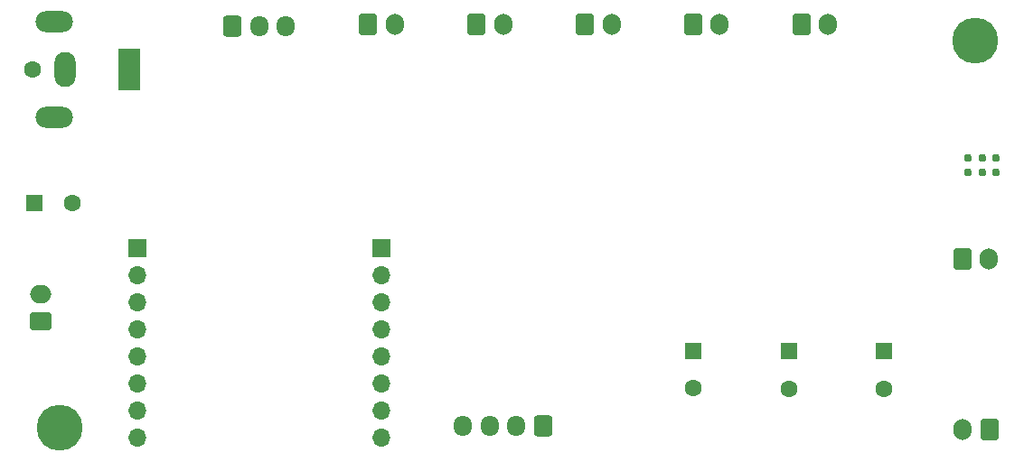
<source format=gbs>
%TF.GenerationSoftware,KiCad,Pcbnew,(6.0.9)*%
%TF.CreationDate,2022-12-23T09:31:32-06:00*%
%TF.ProjectId,CatFeeder,43617446-6565-4646-9572-2e6b69636164,rev?*%
%TF.SameCoordinates,Original*%
%TF.FileFunction,Soldermask,Bot*%
%TF.FilePolarity,Negative*%
%FSLAX46Y46*%
G04 Gerber Fmt 4.6, Leading zero omitted, Abs format (unit mm)*
G04 Created by KiCad (PCBNEW (6.0.9)) date 2022-12-23 09:31:32*
%MOMM*%
%LPD*%
G01*
G04 APERTURE LIST*
G04 Aperture macros list*
%AMRoundRect*
0 Rectangle with rounded corners*
0 $1 Rounding radius*
0 $2 $3 $4 $5 $6 $7 $8 $9 X,Y pos of 4 corners*
0 Add a 4 corners polygon primitive as box body*
4,1,4,$2,$3,$4,$5,$6,$7,$8,$9,$2,$3,0*
0 Add four circle primitives for the rounded corners*
1,1,$1+$1,$2,$3*
1,1,$1+$1,$4,$5*
1,1,$1+$1,$6,$7*
1,1,$1+$1,$8,$9*
0 Add four rect primitives between the rounded corners*
20,1,$1+$1,$2,$3,$4,$5,0*
20,1,$1+$1,$4,$5,$6,$7,0*
20,1,$1+$1,$6,$7,$8,$9,0*
20,1,$1+$1,$8,$9,$2,$3,0*%
G04 Aperture macros list end*
%ADD10RoundRect,0.250000X0.750000X-0.600000X0.750000X0.600000X-0.750000X0.600000X-0.750000X-0.600000X0*%
%ADD11O,2.000000X1.700000*%
%ADD12RoundRect,0.250000X0.600000X0.750000X-0.600000X0.750000X-0.600000X-0.750000X0.600000X-0.750000X0*%
%ADD13O,1.700000X2.000000*%
%ADD14R,1.600000X1.600000*%
%ADD15C,1.600000*%
%ADD16RoundRect,0.250000X-0.600000X-0.750000X0.600000X-0.750000X0.600000X0.750000X-0.600000X0.750000X0*%
%ADD17R,1.700000X1.700000*%
%ADD18O,1.700000X1.700000*%
%ADD19C,0.770000*%
%ADD20C,4.300000*%
%ADD21RoundRect,0.250000X-0.600000X-0.725000X0.600000X-0.725000X0.600000X0.725000X-0.600000X0.725000X0*%
%ADD22O,1.700000X1.950000*%
%ADD23RoundRect,0.250000X0.600000X0.725000X-0.600000X0.725000X-0.600000X-0.725000X0.600000X-0.725000X0*%
%ADD24R,2.000000X4.000000*%
%ADD25O,2.000000X3.300000*%
%ADD26O,3.500000X2.000000*%
G04 APERTURE END LIST*
D10*
%TO.C,J1*%
X101092000Y-99568000D03*
D11*
X101092000Y-97068000D03*
%TD*%
D12*
%TO.C,J8*%
X189972000Y-109745000D03*
D13*
X187472000Y-109745000D03*
%TD*%
D14*
%TO.C,C6*%
X171221400Y-102385749D03*
D15*
X171221400Y-105885749D03*
%TD*%
D16*
%TO.C,J13*%
X172395200Y-71721200D03*
D13*
X174895200Y-71721200D03*
%TD*%
D14*
%TO.C,C7*%
X180086000Y-102387400D03*
D15*
X180086000Y-105887400D03*
%TD*%
D16*
%TO.C,J9*%
X131775200Y-71704200D03*
D13*
X134275200Y-71704200D03*
%TD*%
D16*
%TO.C,J12*%
X162235200Y-71721200D03*
D13*
X164735200Y-71721200D03*
%TD*%
D16*
%TO.C,J2*%
X187452000Y-93726000D03*
D13*
X189952000Y-93726000D03*
%TD*%
D17*
%TO.C,J6*%
X110134000Y-92725000D03*
D18*
X110134000Y-95265000D03*
X110134000Y-97805000D03*
X110134000Y-100345000D03*
X110134000Y-102885000D03*
X110134000Y-105425000D03*
X110134000Y-107965000D03*
X110134000Y-110505000D03*
%TD*%
D16*
%TO.C,J11*%
X152095200Y-71704200D03*
D13*
X154595200Y-71704200D03*
%TD*%
D19*
%TO.C,U3*%
X188006200Y-85578300D03*
X189306200Y-84278300D03*
X190606200Y-85578300D03*
X189306200Y-85578300D03*
X188006200Y-84278300D03*
X190606200Y-84278300D03*
%TD*%
D20*
%TO.C,REF\u002A\u002A*%
X188696600Y-73202800D03*
%TD*%
D16*
%TO.C,J10*%
X141935200Y-71704200D03*
D13*
X144435200Y-71704200D03*
%TD*%
D14*
%TO.C,C9*%
X100556949Y-88468200D03*
D15*
X104056949Y-88468200D03*
%TD*%
D17*
%TO.C,J7*%
X132994000Y-92725000D03*
D18*
X132994000Y-95265000D03*
X132994000Y-97805000D03*
X132994000Y-100345000D03*
X132994000Y-102885000D03*
X132994000Y-105425000D03*
X132994000Y-107965000D03*
X132994000Y-110505000D03*
%TD*%
D20*
%TO.C,REF\u002A\u002A*%
X102895400Y-109601000D03*
%TD*%
D21*
%TO.C,J3*%
X119075200Y-71848200D03*
D22*
X121575200Y-71848200D03*
X124075200Y-71848200D03*
%TD*%
D23*
%TO.C,J5*%
X148158200Y-109423200D03*
D22*
X145658200Y-109423200D03*
X143158200Y-109423200D03*
X140658200Y-109423200D03*
%TD*%
D15*
%TO.C,J4*%
X100386000Y-75946000D03*
D24*
X109386000Y-75946000D03*
D25*
X103386000Y-75946000D03*
D26*
X102386000Y-71446000D03*
X102386000Y-80446000D03*
%TD*%
D14*
%TO.C,C5*%
X162280600Y-102360349D03*
D15*
X162280600Y-105860349D03*
%TD*%
M02*

</source>
